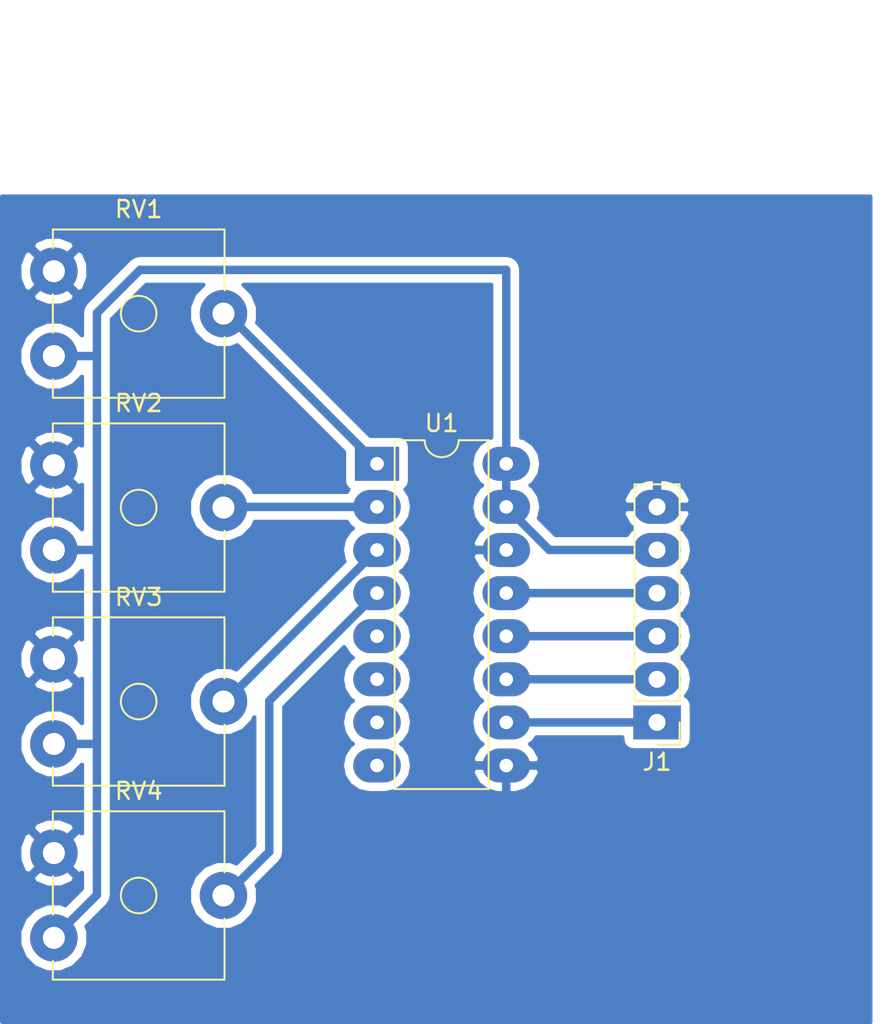
<source format=kicad_pcb>
(kicad_pcb (version 4) (host pcbnew 4.0.7-e2-6376~58~ubuntu16.04.1)

  (general
    (links 20)
    (no_connects 0)
    (area 19.685 10 72.54 74.930001)
    (thickness 1.6)
    (drawings 1)
    (tracks 30)
    (zones 0)
    (modules 6)
    (nets 15)
  )

  (page A4)
  (layers
    (0 F.Cu signal)
    (31 B.Cu signal)
    (32 B.Adhes user)
    (33 F.Adhes user)
    (34 B.Paste user)
    (35 F.Paste user)
    (36 B.SilkS user)
    (37 F.SilkS user)
    (38 B.Mask user)
    (39 F.Mask user)
    (40 Dwgs.User user)
    (41 Cmts.User user)
    (42 Eco1.User user)
    (43 Eco2.User user)
    (44 Edge.Cuts user)
    (45 Margin user)
    (46 B.CrtYd user)
    (47 F.CrtYd user)
    (48 B.Fab user)
    (49 F.Fab user)
  )

  (setup
    (last_trace_width 0.5)
    (trace_clearance 0.2)
    (zone_clearance 0.508)
    (zone_45_only no)
    (trace_min 0.2)
    (segment_width 0.2)
    (edge_width 0.1)
    (via_size 0.6)
    (via_drill 0.4)
    (via_min_size 0.4)
    (via_min_drill 0.3)
    (uvia_size 0.3)
    (uvia_drill 0.1)
    (uvias_allowed no)
    (uvia_min_size 0.2)
    (uvia_min_drill 0.1)
    (pcb_text_width 0.3)
    (pcb_text_size 1.5 1.5)
    (mod_edge_width 0.15)
    (mod_text_size 1 1)
    (mod_text_width 0.15)
    (pad_size 1.5 1.5)
    (pad_drill 0.6)
    (pad_to_mask_clearance 0)
    (aux_axis_origin 0 0)
    (visible_elements FFFFFF7F)
    (pcbplotparams
      (layerselection 0x00030_80000001)
      (usegerberextensions false)
      (excludeedgelayer true)
      (linewidth 0.100000)
      (plotframeref false)
      (viasonmask false)
      (mode 1)
      (useauxorigin false)
      (hpglpennumber 1)
      (hpglpenspeed 20)
      (hpglpendiameter 15)
      (hpglpenoverlay 2)
      (psnegative false)
      (psa4output false)
      (plotreference true)
      (plotvalue true)
      (plotinvisibletext false)
      (padsonsilk false)
      (subtractmaskfromsilk false)
      (outputformat 1)
      (mirror false)
      (drillshape 1)
      (scaleselection 1)
      (outputdirectory ""))
  )

  (net 0 "")
  (net 1 "Net-(RV1-Pad2)")
  (net 2 "Net-(J1-Pad1)")
  (net 3 "Net-(RV2-Pad2)")
  (net 4 "Net-(J1-Pad2)")
  (net 5 "Net-(RV3-Pad2)")
  (net 6 "Net-(J1-Pad3)")
  (net 7 "Net-(RV4-Pad2)")
  (net 8 "Net-(J1-Pad4)")
  (net 9 "Net-(U1-Pad5)")
  (net 10 "Net-(J1-Pad5)")
  (net 11 "Net-(U1-Pad6)")
  (net 12 "Net-(U1-Pad7)")
  (net 13 "Net-(U1-Pad8)")
  (net 14 "Net-(J1-Pad6)")

  (net_class Default "Dies ist die voreingestellte Netzklasse."
    (clearance 0.2)
    (trace_width 0.5)
    (via_dia 0.6)
    (via_drill 0.4)
    (uvia_dia 0.3)
    (uvia_drill 0.1)
    (add_net "Net-(J1-Pad1)")
    (add_net "Net-(J1-Pad2)")
    (add_net "Net-(J1-Pad3)")
    (add_net "Net-(J1-Pad4)")
    (add_net "Net-(J1-Pad5)")
    (add_net "Net-(J1-Pad6)")
    (add_net "Net-(RV1-Pad2)")
    (add_net "Net-(RV2-Pad2)")
    (add_net "Net-(RV3-Pad2)")
    (add_net "Net-(RV4-Pad2)")
    (add_net "Net-(U1-Pad5)")
    (add_net "Net-(U1-Pad6)")
    (add_net "Net-(U1-Pad7)")
    (add_net "Net-(U1-Pad8)")
  )

  (net_class Breite ""
    (clearance 0.2)
    (trace_width 0.5)
    (via_dia 0.6)
    (via_drill 0.4)
    (uvia_dia 0.3)
    (uvia_drill 0.1)
  )

  (module adwandler:Potentiometer_Trimmer_ACP_CA9v_Horizontal_Px10.0mm_Py5.0mm_breit (layer F.Cu) (tedit 58D03F04) (tstamp 58D043AA)
    (at 22.86 30.48)
    (descr "Potentiometer, horizontally mounted, Omeg PC16PU, Omeg PC16PU, Omeg PC16PU, Vishay/Spectrol 248GJ/249GJ Single, Vishay/Spectrol 248GJ/249GJ Single, Vishay/Spectrol 248GJ/249GJ Single, Vishay/Spectrol 248GH/249GH Single, Vishay/Spectrol 148/149 Single, Vishay/Spectrol 148/149 Single, Vishay/Spectrol 148/149 Single, Vishay/Spectrol 148A/149A Single with mounting plates, Vishay/Spectrol 148/149 Double, Vishay/Spectrol 148A/149A Double with mounting plates, Piher PC-16 Single, Piher PC-16 Single, Piher PC-16 Single, Piher PC-16SV Single, Piher PC-16 Double, Piher PC-16 Triple, Piher T16H Single, Piher T16L Single, Piher T16H Double, Alps RK163 Single, Alps RK163 Double, Alps RK097 Single, Alps RK097 Double, Bourns PTV09A-2 Single with mounting sleve Single, Bourns PTV09A-1 with mounting sleve Single, Bourns PRS11S Single, Alps RK09K Single with mounting sleve Single, Alps RK09K with mounting sleve Single, Alps RK09L Single, Alps RK09L Single, Alps RK09L Double, Alps RK09L Double, Alps RK09Y Single, Bourns 3339S Single, Bourns 3339S Single, Bourns 3339P Single, Bourns 3339H Single, Vishay T7YA Single, Suntan TSR-3386H Single, Suntan TSR-3386H Single, Suntan TSR-3386P Single, Vishay T73XX Single, Vishay T73XX Single, Vishay T73YP Single, Piher PT-6h Single, Piher PT-6v Single, Piher PT-6v Single, Piher PT-10h2.5 Single, Piher PT-10h5 Single, Piher PT-101h3.8 Single, Piher PT-10v10 Single, Piher PT-10v10 Single, Piher PT-10v5 Single, Piher PT-15h5 Single, Piher PT-15h2.5 Single, Piher PT-15B Single, Piher PT-15hc5 Single, Piher PT-15v12.5 Single, Piher PT-15v12.5 Single, Piher PT-15v15 Single, Piher PT-15v15 Single, ACP CA6h Single, ACP CA6v Single, ACP CA6v Single, ACP CA6VSMD Single, ACP CA6VSMD Single, ACP CA9h2.5 Single, ACP CA9h3.8 Single, ACP CA9h5 Single, ACP CA9V Single, http://www.acptechnologies.com/wp-content/uploads/2016/12/ACP-CAT%C3%81LOGO-ENTERO-2016.pdf")
    (tags "Potentiometer horizontal  Omeg PC16PU  Omeg PC16PU  Omeg PC16PU  Vishay/Spectrol 248GJ/249GJ Single  Vishay/Spectrol 248GJ/249GJ Single  Vishay/Spectrol 248GJ/249GJ Single  Vishay/Spectrol 248GH/249GH Single  Vishay/Spectrol 148/149 Single  Vishay/Spectrol 148/149 Single  Vishay/Spectrol 148/149 Single  Vishay/Spectrol 148A/149A Single with mounting plates  Vishay/Spectrol 148/149 Double  Vishay/Spectrol 148A/149A Double with mounting plates  Piher PC-16 Single  Piher PC-16 Single  Piher PC-16 Single  Piher PC-16SV Single  Piher PC-16 Double  Piher PC-16 Triple  Piher T16H Single  Piher T16L Single  Piher T16H Double  Alps RK163 Single  Alps RK163 Double  Alps RK097 Single  Alps RK097 Double  Bourns PTV09A-2 Single with mounting sleve Single  Bourns PTV09A-1 with mounting sleve Single  Bourns PRS11S Single  Alps RK09K Single with mounting sleve Single  Alps RK09K with mounting sleve Single  Alps RK09L Single  Alps RK09L Single  Alps RK09L Double  Alps RK09L Double  Alps RK09Y Single  Bourns 3339S Single  Bourns 3339S Single  Bourns 3339P Single  Bourns 3339H Single  Vishay T7YA Single  Suntan TSR-3386H Single  Suntan TSR-3386H Single  Suntan TSR-3386P Single  Vishay T73XX Single  Vishay T73XX Single  Vishay T73YP Single  Piher PT-6h Single  Piher PT-6v Single  Piher PT-6v Single  Piher PT-10h2.5 Single  Piher PT-10h5 Single  Piher PT-101h3.8 Single  Piher PT-10v10 Single  Piher PT-10v10 Single  Piher PT-10v5 Single  Piher PT-15h5 Single  Piher PT-15h2.5 Single  Piher PT-15B Single  Piher PT-15hc5 Single  Piher PT-15v12.5 Single  Piher PT-15v12.5 Single  Piher PT-15v15 Single  Piher PT-15v15 Single  ACP CA6h Single  ACP CA6v Single  ACP CA6v Single  ACP CA6VSMD Single  ACP CA6VSMD Single  ACP CA9h2.5 Single  ACP CA9h3.8 Single  ACP CA9h5 Single  ACP CA9V Single")
    (path /58B30835)
    (fp_text reference RV1 (at 5 -8.65) (layer F.SilkS)
      (effects (font (size 1 1) (thickness 0.15)))
    )
    (fp_text value POT (at 5 3.65) (layer F.Fab)
      (effects (font (size 1 1) (thickness 0.15)))
    )
    (fp_circle (center 5 -2.5) (end 6.5 -2.5) (layer F.Fab) (width 0.1))
    (fp_circle (center 5 -2.5) (end 6.05 -2.5) (layer F.Fab) (width 0.1))
    (fp_circle (center 5 -2.5) (end 6.05 -2.5) (layer F.SilkS) (width 0.12))
    (fp_line (start 0 -7.4) (end 0 2.4) (layer F.Fab) (width 0.1))
    (fp_line (start 0 2.4) (end 10 2.4) (layer F.Fab) (width 0.1))
    (fp_line (start 10 2.4) (end 10 -7.4) (layer F.Fab) (width 0.1))
    (fp_line (start 10 -7.4) (end 0 -7.4) (layer F.Fab) (width 0.1))
    (fp_line (start -0.06 -7.461) (end 10.06 -7.461) (layer F.SilkS) (width 0.12))
    (fp_line (start -0.06 2.46) (end 10.06 2.46) (layer F.SilkS) (width 0.12))
    (fp_line (start -0.06 -7.461) (end -0.06 -6.365) (layer F.SilkS) (width 0.12))
    (fp_line (start -0.06 -3.635) (end -0.06 -1.365) (layer F.SilkS) (width 0.12))
    (fp_line (start -0.06 1.365) (end -0.06 2.46) (layer F.SilkS) (width 0.12))
    (fp_line (start 10.06 -7.461) (end 10.06 -3.865) (layer F.SilkS) (width 0.12))
    (fp_line (start 10.06 -1.135) (end 10.06 2.46) (layer F.SilkS) (width 0.12))
    (fp_line (start -1.45 -7.65) (end -1.45 2.7) (layer F.CrtYd) (width 0.05))
    (fp_line (start -1.45 2.7) (end 11.45 2.7) (layer F.CrtYd) (width 0.05))
    (fp_line (start 11.45 2.7) (end 11.45 -7.65) (layer F.CrtYd) (width 0.05))
    (fp_line (start 11.45 -7.65) (end -1.45 -7.65) (layer F.CrtYd) (width 0.05))
    (pad 3 thru_hole circle (at 0 -5) (size 2.8 2.8) (drill 1.3) (layers *.Cu *.Mask)
      (net 14 "Net-(J1-Pad6)"))
    (pad 2 thru_hole circle (at 10 -2.5) (size 2.8 2.8) (drill 1.3) (layers *.Cu *.Mask)
      (net 1 "Net-(RV1-Pad2)"))
    (pad 1 thru_hole circle (at 0 0) (size 2.8 2.8) (drill 1.3) (layers *.Cu *.Mask)
      (net 10 "Net-(J1-Pad5)"))
    (model Potentiometers.3dshapes/Potentiometer_Trimmer_ACP_CA9v_Horizontal_Px10.0mm_Py5.0mm.wrl
      (at (xyz 0 0 0))
      (scale (xyz 0.393701 0.393701 0.393701))
      (rotate (xyz 0 0 0))
    )
  )

  (module adwandler:DIP-16_W7.62mm_bigpads (layer F.Cu) (tedit 58C98392) (tstamp 58B5479E)
    (at 41.91 36.83)
    (descr "16-lead dip package, row spacing 7.62 mm (300 mils)")
    (tags "DIL DIP PDIP 2.54mm 7.62mm 300mil")
    (path /58B34079)
    (fp_text reference U1 (at 3.81 -2.39) (layer F.SilkS)
      (effects (font (size 1 1) (thickness 0.15)))
    )
    (fp_text value MCP3208 (at 3.81 20.17) (layer F.Fab)
      (effects (font (size 1 1) (thickness 0.15)))
    )
    (fp_arc (start 3.81 -1.39) (end 2.81 -1.39) (angle -180) (layer F.SilkS) (width 0.12))
    (fp_line (start 1.635 -1.27) (end 6.985 -1.27) (layer F.Fab) (width 0.1))
    (fp_line (start 6.985 -1.27) (end 6.985 19.05) (layer F.Fab) (width 0.1))
    (fp_line (start 6.985 19.05) (end 0.635 19.05) (layer F.Fab) (width 0.1))
    (fp_line (start 0.635 19.05) (end 0.635 -0.27) (layer F.Fab) (width 0.1))
    (fp_line (start 0.635 -0.27) (end 1.635 -1.27) (layer F.Fab) (width 0.1))
    (fp_line (start 2.81 -1.39) (end 1.04 -1.39) (layer F.SilkS) (width 0.12))
    (fp_line (start 1.04 -1.39) (end 1.04 19.17) (layer F.SilkS) (width 0.12))
    (fp_line (start 1.04 19.17) (end 6.58 19.17) (layer F.SilkS) (width 0.12))
    (fp_line (start 6.58 19.17) (end 6.58 -1.39) (layer F.SilkS) (width 0.12))
    (fp_line (start 6.58 -1.39) (end 4.81 -1.39) (layer F.SilkS) (width 0.12))
    (fp_line (start -1.1 -1.6) (end -1.1 19.3) (layer F.CrtYd) (width 0.05))
    (fp_line (start -1.1 19.3) (end 8.7 19.3) (layer F.CrtYd) (width 0.05))
    (fp_line (start 8.7 19.3) (end 8.7 -1.6) (layer F.CrtYd) (width 0.05))
    (fp_line (start 8.7 -1.6) (end -1.1 -1.6) (layer F.CrtYd) (width 0.05))
    (pad 1 thru_hole rect (at 0 0) (size 2.6 2) (drill 0.8) (layers *.Cu *.Mask)
      (net 1 "Net-(RV1-Pad2)"))
    (pad 9 thru_hole oval (at 7.62 17.78) (size 2.8 2) (drill 0.8) (layers *.Cu *.Mask)
      (net 14 "Net-(J1-Pad6)"))
    (pad 2 thru_hole oval (at 0 2.54) (size 2.8 2) (drill 0.8) (layers *.Cu *.Mask)
      (net 3 "Net-(RV2-Pad2)"))
    (pad 10 thru_hole oval (at 7.62 15.24) (size 2.8 2) (drill 0.8) (layers *.Cu *.Mask)
      (net 2 "Net-(J1-Pad1)"))
    (pad 3 thru_hole oval (at 0 5.08) (size 2.8 2) (drill 0.8) (layers *.Cu *.Mask)
      (net 5 "Net-(RV3-Pad2)"))
    (pad 11 thru_hole oval (at 7.62 12.7) (size 2.8 2) (drill 0.8) (layers *.Cu *.Mask)
      (net 4 "Net-(J1-Pad2)"))
    (pad 4 thru_hole oval (at 0 7.62) (size 2.8 2) (drill 0.8) (layers *.Cu *.Mask)
      (net 7 "Net-(RV4-Pad2)"))
    (pad 12 thru_hole oval (at 7.62 10.16) (size 2.8 2) (drill 0.8) (layers *.Cu *.Mask)
      (net 6 "Net-(J1-Pad3)"))
    (pad 5 thru_hole oval (at 0 10.16) (size 2.8 2) (drill 0.8) (layers *.Cu *.Mask)
      (net 9 "Net-(U1-Pad5)"))
    (pad 13 thru_hole oval (at 7.62 7.62) (size 2.8 2) (drill 0.8) (layers *.Cu *.Mask)
      (net 8 "Net-(J1-Pad4)"))
    (pad 6 thru_hole oval (at 0 12.7) (size 2.8 2) (drill 0.8) (layers *.Cu *.Mask)
      (net 11 "Net-(U1-Pad6)"))
    (pad 14 thru_hole oval (at 7.62 5.08) (size 2.8 2) (drill 0.8) (layers *.Cu *.Mask)
      (net 14 "Net-(J1-Pad6)"))
    (pad 7 thru_hole oval (at 0 15.24) (size 2.8 2) (drill 0.8) (layers *.Cu *.Mask)
      (net 12 "Net-(U1-Pad7)"))
    (pad 15 thru_hole oval (at 7.62 2.54) (size 2.8 2) (drill 0.8) (layers *.Cu *.Mask)
      (net 10 "Net-(J1-Pad5)"))
    (pad 8 thru_hole oval (at 0 17.78) (size 2.8 2) (drill 0.8) (layers *.Cu *.Mask)
      (net 13 "Net-(U1-Pad8)"))
    (pad 16 thru_hole oval (at 7.62 0) (size 2.8 2) (drill 0.8) (layers *.Cu *.Mask)
      (net 10 "Net-(J1-Pad5)"))
    (model Housings_DIP.3dshapes/DIP-16_W7.62mm.wrl
      (at (xyz 0 0 0))
      (scale (xyz 1 1 1))
      (rotate (xyz 0 0 0))
    )
  )

  (module adwandler:Potentiometer_Trimmer_ACP_CA9v_Horizontal_Px10.0mm_Py5.0mm_breit (layer F.Cu) (tedit 58D03F04) (tstamp 58D04443)
    (at 22.86 41.91)
    (descr "Potentiometer, horizontally mounted, Omeg PC16PU, Omeg PC16PU, Omeg PC16PU, Vishay/Spectrol 248GJ/249GJ Single, Vishay/Spectrol 248GJ/249GJ Single, Vishay/Spectrol 248GJ/249GJ Single, Vishay/Spectrol 248GH/249GH Single, Vishay/Spectrol 148/149 Single, Vishay/Spectrol 148/149 Single, Vishay/Spectrol 148/149 Single, Vishay/Spectrol 148A/149A Single with mounting plates, Vishay/Spectrol 148/149 Double, Vishay/Spectrol 148A/149A Double with mounting plates, Piher PC-16 Single, Piher PC-16 Single, Piher PC-16 Single, Piher PC-16SV Single, Piher PC-16 Double, Piher PC-16 Triple, Piher T16H Single, Piher T16L Single, Piher T16H Double, Alps RK163 Single, Alps RK163 Double, Alps RK097 Single, Alps RK097 Double, Bourns PTV09A-2 Single with mounting sleve Single, Bourns PTV09A-1 with mounting sleve Single, Bourns PRS11S Single, Alps RK09K Single with mounting sleve Single, Alps RK09K with mounting sleve Single, Alps RK09L Single, Alps RK09L Single, Alps RK09L Double, Alps RK09L Double, Alps RK09Y Single, Bourns 3339S Single, Bourns 3339S Single, Bourns 3339P Single, Bourns 3339H Single, Vishay T7YA Single, Suntan TSR-3386H Single, Suntan TSR-3386H Single, Suntan TSR-3386P Single, Vishay T73XX Single, Vishay T73XX Single, Vishay T73YP Single, Piher PT-6h Single, Piher PT-6v Single, Piher PT-6v Single, Piher PT-10h2.5 Single, Piher PT-10h5 Single, Piher PT-101h3.8 Single, Piher PT-10v10 Single, Piher PT-10v10 Single, Piher PT-10v5 Single, Piher PT-15h5 Single, Piher PT-15h2.5 Single, Piher PT-15B Single, Piher PT-15hc5 Single, Piher PT-15v12.5 Single, Piher PT-15v12.5 Single, Piher PT-15v15 Single, Piher PT-15v15 Single, ACP CA6h Single, ACP CA6v Single, ACP CA6v Single, ACP CA6VSMD Single, ACP CA6VSMD Single, ACP CA9h2.5 Single, ACP CA9h3.8 Single, ACP CA9h5 Single, ACP CA9V Single, http://www.acptechnologies.com/wp-content/uploads/2016/12/ACP-CAT%C3%81LOGO-ENTERO-2016.pdf")
    (tags "Potentiometer horizontal  Omeg PC16PU  Omeg PC16PU  Omeg PC16PU  Vishay/Spectrol 248GJ/249GJ Single  Vishay/Spectrol 248GJ/249GJ Single  Vishay/Spectrol 248GJ/249GJ Single  Vishay/Spectrol 248GH/249GH Single  Vishay/Spectrol 148/149 Single  Vishay/Spectrol 148/149 Single  Vishay/Spectrol 148/149 Single  Vishay/Spectrol 148A/149A Single with mounting plates  Vishay/Spectrol 148/149 Double  Vishay/Spectrol 148A/149A Double with mounting plates  Piher PC-16 Single  Piher PC-16 Single  Piher PC-16 Single  Piher PC-16SV Single  Piher PC-16 Double  Piher PC-16 Triple  Piher T16H Single  Piher T16L Single  Piher T16H Double  Alps RK163 Single  Alps RK163 Double  Alps RK097 Single  Alps RK097 Double  Bourns PTV09A-2 Single with mounting sleve Single  Bourns PTV09A-1 with mounting sleve Single  Bourns PRS11S Single  Alps RK09K Single with mounting sleve Single  Alps RK09K with mounting sleve Single  Alps RK09L Single  Alps RK09L Single  Alps RK09L Double  Alps RK09L Double  Alps RK09Y Single  Bourns 3339S Single  Bourns 3339S Single  Bourns 3339P Single  Bourns 3339H Single  Vishay T7YA Single  Suntan TSR-3386H Single  Suntan TSR-3386H Single  Suntan TSR-3386P Single  Vishay T73XX Single  Vishay T73XX Single  Vishay T73YP Single  Piher PT-6h Single  Piher PT-6v Single  Piher PT-6v Single  Piher PT-10h2.5 Single  Piher PT-10h5 Single  Piher PT-101h3.8 Single  Piher PT-10v10 Single  Piher PT-10v10 Single  Piher PT-10v5 Single  Piher PT-15h5 Single  Piher PT-15h2.5 Single  Piher PT-15B Single  Piher PT-15hc5 Single  Piher PT-15v12.5 Single  Piher PT-15v12.5 Single  Piher PT-15v15 Single  Piher PT-15v15 Single  ACP CA6h Single  ACP CA6v Single  ACP CA6v Single  ACP CA6VSMD Single  ACP CA6VSMD Single  ACP CA9h2.5 Single  ACP CA9h3.8 Single  ACP CA9h5 Single  ACP CA9V Single")
    (path /58B30844)
    (fp_text reference RV2 (at 5 -8.65) (layer F.SilkS)
      (effects (font (size 1 1) (thickness 0.15)))
    )
    (fp_text value POT (at 5 3.65) (layer F.Fab)
      (effects (font (size 1 1) (thickness 0.15)))
    )
    (fp_circle (center 5 -2.5) (end 6.5 -2.5) (layer F.Fab) (width 0.1))
    (fp_circle (center 5 -2.5) (end 6.05 -2.5) (layer F.Fab) (width 0.1))
    (fp_circle (center 5 -2.5) (end 6.05 -2.5) (layer F.SilkS) (width 0.12))
    (fp_line (start 0 -7.4) (end 0 2.4) (layer F.Fab) (width 0.1))
    (fp_line (start 0 2.4) (end 10 2.4) (layer F.Fab) (width 0.1))
    (fp_line (start 10 2.4) (end 10 -7.4) (layer F.Fab) (width 0.1))
    (fp_line (start 10 -7.4) (end 0 -7.4) (layer F.Fab) (width 0.1))
    (fp_line (start -0.06 -7.461) (end 10.06 -7.461) (layer F.SilkS) (width 0.12))
    (fp_line (start -0.06 2.46) (end 10.06 2.46) (layer F.SilkS) (width 0.12))
    (fp_line (start -0.06 -7.461) (end -0.06 -6.365) (layer F.SilkS) (width 0.12))
    (fp_line (start -0.06 -3.635) (end -0.06 -1.365) (layer F.SilkS) (width 0.12))
    (fp_line (start -0.06 1.365) (end -0.06 2.46) (layer F.SilkS) (width 0.12))
    (fp_line (start 10.06 -7.461) (end 10.06 -3.865) (layer F.SilkS) (width 0.12))
    (fp_line (start 10.06 -1.135) (end 10.06 2.46) (layer F.SilkS) (width 0.12))
    (fp_line (start -1.45 -7.65) (end -1.45 2.7) (layer F.CrtYd) (width 0.05))
    (fp_line (start -1.45 2.7) (end 11.45 2.7) (layer F.CrtYd) (width 0.05))
    (fp_line (start 11.45 2.7) (end 11.45 -7.65) (layer F.CrtYd) (width 0.05))
    (fp_line (start 11.45 -7.65) (end -1.45 -7.65) (layer F.CrtYd) (width 0.05))
    (pad 3 thru_hole circle (at 0 -5) (size 2.8 2.8) (drill 1.3) (layers *.Cu *.Mask)
      (net 14 "Net-(J1-Pad6)"))
    (pad 2 thru_hole circle (at 10 -2.5) (size 2.8 2.8) (drill 1.3) (layers *.Cu *.Mask)
      (net 3 "Net-(RV2-Pad2)"))
    (pad 1 thru_hole circle (at 0 0) (size 2.8 2.8) (drill 1.3) (layers *.Cu *.Mask)
      (net 10 "Net-(J1-Pad5)"))
    (model Potentiometers.3dshapes/Potentiometer_Trimmer_ACP_CA9v_Horizontal_Px10.0mm_Py5.0mm.wrl
      (at (xyz 0 0 0))
      (scale (xyz 0.393701 0.393701 0.393701))
      (rotate (xyz 0 0 0))
    )
  )

  (module adwandler:Potentiometer_Trimmer_ACP_CA9v_Horizontal_Px10.0mm_Py5.0mm_breit (layer F.Cu) (tedit 58D03F04) (tstamp 58D0445C)
    (at 22.86 53.34)
    (descr "Potentiometer, horizontally mounted, Omeg PC16PU, Omeg PC16PU, Omeg PC16PU, Vishay/Spectrol 248GJ/249GJ Single, Vishay/Spectrol 248GJ/249GJ Single, Vishay/Spectrol 248GJ/249GJ Single, Vishay/Spectrol 248GH/249GH Single, Vishay/Spectrol 148/149 Single, Vishay/Spectrol 148/149 Single, Vishay/Spectrol 148/149 Single, Vishay/Spectrol 148A/149A Single with mounting plates, Vishay/Spectrol 148/149 Double, Vishay/Spectrol 148A/149A Double with mounting plates, Piher PC-16 Single, Piher PC-16 Single, Piher PC-16 Single, Piher PC-16SV Single, Piher PC-16 Double, Piher PC-16 Triple, Piher T16H Single, Piher T16L Single, Piher T16H Double, Alps RK163 Single, Alps RK163 Double, Alps RK097 Single, Alps RK097 Double, Bourns PTV09A-2 Single with mounting sleve Single, Bourns PTV09A-1 with mounting sleve Single, Bourns PRS11S Single, Alps RK09K Single with mounting sleve Single, Alps RK09K with mounting sleve Single, Alps RK09L Single, Alps RK09L Single, Alps RK09L Double, Alps RK09L Double, Alps RK09Y Single, Bourns 3339S Single, Bourns 3339S Single, Bourns 3339P Single, Bourns 3339H Single, Vishay T7YA Single, Suntan TSR-3386H Single, Suntan TSR-3386H Single, Suntan TSR-3386P Single, Vishay T73XX Single, Vishay T73XX Single, Vishay T73YP Single, Piher PT-6h Single, Piher PT-6v Single, Piher PT-6v Single, Piher PT-10h2.5 Single, Piher PT-10h5 Single, Piher PT-101h3.8 Single, Piher PT-10v10 Single, Piher PT-10v10 Single, Piher PT-10v5 Single, Piher PT-15h5 Single, Piher PT-15h2.5 Single, Piher PT-15B Single, Piher PT-15hc5 Single, Piher PT-15v12.5 Single, Piher PT-15v12.5 Single, Piher PT-15v15 Single, Piher PT-15v15 Single, ACP CA6h Single, ACP CA6v Single, ACP CA6v Single, ACP CA6VSMD Single, ACP CA6VSMD Single, ACP CA9h2.5 Single, ACP CA9h3.8 Single, ACP CA9h5 Single, ACP CA9V Single, http://www.acptechnologies.com/wp-content/uploads/2016/12/ACP-CAT%C3%81LOGO-ENTERO-2016.pdf")
    (tags "Potentiometer horizontal  Omeg PC16PU  Omeg PC16PU  Omeg PC16PU  Vishay/Spectrol 248GJ/249GJ Single  Vishay/Spectrol 248GJ/249GJ Single  Vishay/Spectrol 248GJ/249GJ Single  Vishay/Spectrol 248GH/249GH Single  Vishay/Spectrol 148/149 Single  Vishay/Spectrol 148/149 Single  Vishay/Spectrol 148/149 Single  Vishay/Spectrol 148A/149A Single with mounting plates  Vishay/Spectrol 148/149 Double  Vishay/Spectrol 148A/149A Double with mounting plates  Piher PC-16 Single  Piher PC-16 Single  Piher PC-16 Single  Piher PC-16SV Single  Piher PC-16 Double  Piher PC-16 Triple  Piher T16H Single  Piher T16L Single  Piher T16H Double  Alps RK163 Single  Alps RK163 Double  Alps RK097 Single  Alps RK097 Double  Bourns PTV09A-2 Single with mounting sleve Single  Bourns PTV09A-1 with mounting sleve Single  Bourns PRS11S Single  Alps RK09K Single with mounting sleve Single  Alps RK09K with mounting sleve Single  Alps RK09L Single  Alps RK09L Single  Alps RK09L Double  Alps RK09L Double  Alps RK09Y Single  Bourns 3339S Single  Bourns 3339S Single  Bourns 3339P Single  Bourns 3339H Single  Vishay T7YA Single  Suntan TSR-3386H Single  Suntan TSR-3386H Single  Suntan TSR-3386P Single  Vishay T73XX Single  Vishay T73XX Single  Vishay T73YP Single  Piher PT-6h Single  Piher PT-6v Single  Piher PT-6v Single  Piher PT-10h2.5 Single  Piher PT-10h5 Single  Piher PT-101h3.8 Single  Piher PT-10v10 Single  Piher PT-10v10 Single  Piher PT-10v5 Single  Piher PT-15h5 Single  Piher PT-15h2.5 Single  Piher PT-15B Single  Piher PT-15hc5 Single  Piher PT-15v12.5 Single  Piher PT-15v12.5 Single  Piher PT-15v15 Single  Piher PT-15v15 Single  ACP CA6h Single  ACP CA6v Single  ACP CA6v Single  ACP CA6VSMD Single  ACP CA6VSMD Single  ACP CA9h2.5 Single  ACP CA9h3.8 Single  ACP CA9h5 Single  ACP CA9V Single")
    (path /58B30853)
    (fp_text reference RV3 (at 5 -8.65) (layer F.SilkS)
      (effects (font (size 1 1) (thickness 0.15)))
    )
    (fp_text value POT (at 5 3.65) (layer F.Fab)
      (effects (font (size 1 1) (thickness 0.15)))
    )
    (fp_circle (center 5 -2.5) (end 6.5 -2.5) (layer F.Fab) (width 0.1))
    (fp_circle (center 5 -2.5) (end 6.05 -2.5) (layer F.Fab) (width 0.1))
    (fp_circle (center 5 -2.5) (end 6.05 -2.5) (layer F.SilkS) (width 0.12))
    (fp_line (start 0 -7.4) (end 0 2.4) (layer F.Fab) (width 0.1))
    (fp_line (start 0 2.4) (end 10 2.4) (layer F.Fab) (width 0.1))
    (fp_line (start 10 2.4) (end 10 -7.4) (layer F.Fab) (width 0.1))
    (fp_line (start 10 -7.4) (end 0 -7.4) (layer F.Fab) (width 0.1))
    (fp_line (start -0.06 -7.461) (end 10.06 -7.461) (layer F.SilkS) (width 0.12))
    (fp_line (start -0.06 2.46) (end 10.06 2.46) (layer F.SilkS) (width 0.12))
    (fp_line (start -0.06 -7.461) (end -0.06 -6.365) (layer F.SilkS) (width 0.12))
    (fp_line (start -0.06 -3.635) (end -0.06 -1.365) (layer F.SilkS) (width 0.12))
    (fp_line (start -0.06 1.365) (end -0.06 2.46) (layer F.SilkS) (width 0.12))
    (fp_line (start 10.06 -7.461) (end 10.06 -3.865) (layer F.SilkS) (width 0.12))
    (fp_line (start 10.06 -1.135) (end 10.06 2.46) (layer F.SilkS) (width 0.12))
    (fp_line (start -1.45 -7.65) (end -1.45 2.7) (layer F.CrtYd) (width 0.05))
    (fp_line (start -1.45 2.7) (end 11.45 2.7) (layer F.CrtYd) (width 0.05))
    (fp_line (start 11.45 2.7) (end 11.45 -7.65) (layer F.CrtYd) (width 0.05))
    (fp_line (start 11.45 -7.65) (end -1.45 -7.65) (layer F.CrtYd) (width 0.05))
    (pad 3 thru_hole circle (at 0 -5) (size 2.8 2.8) (drill 1.3) (layers *.Cu *.Mask)
      (net 14 "Net-(J1-Pad6)"))
    (pad 2 thru_hole circle (at 10 -2.5) (size 2.8 2.8) (drill 1.3) (layers *.Cu *.Mask)
      (net 5 "Net-(RV3-Pad2)"))
    (pad 1 thru_hole circle (at 0 0) (size 2.8 2.8) (drill 1.3) (layers *.Cu *.Mask)
      (net 10 "Net-(J1-Pad5)"))
    (model Potentiometers.3dshapes/Potentiometer_Trimmer_ACP_CA9v_Horizontal_Px10.0mm_Py5.0mm.wrl
      (at (xyz 0 0 0))
      (scale (xyz 0.393701 0.393701 0.393701))
      (rotate (xyz 0 0 0))
    )
  )

  (module adwandler:Potentiometer_Trimmer_ACP_CA9v_Horizontal_Px10.0mm_Py5.0mm_breit (layer F.Cu) (tedit 58D03F04) (tstamp 58D04475)
    (at 22.86 64.77)
    (descr "Potentiometer, horizontally mounted, Omeg PC16PU, Omeg PC16PU, Omeg PC16PU, Vishay/Spectrol 248GJ/249GJ Single, Vishay/Spectrol 248GJ/249GJ Single, Vishay/Spectrol 248GJ/249GJ Single, Vishay/Spectrol 248GH/249GH Single, Vishay/Spectrol 148/149 Single, Vishay/Spectrol 148/149 Single, Vishay/Spectrol 148/149 Single, Vishay/Spectrol 148A/149A Single with mounting plates, Vishay/Spectrol 148/149 Double, Vishay/Spectrol 148A/149A Double with mounting plates, Piher PC-16 Single, Piher PC-16 Single, Piher PC-16 Single, Piher PC-16SV Single, Piher PC-16 Double, Piher PC-16 Triple, Piher T16H Single, Piher T16L Single, Piher T16H Double, Alps RK163 Single, Alps RK163 Double, Alps RK097 Single, Alps RK097 Double, Bourns PTV09A-2 Single with mounting sleve Single, Bourns PTV09A-1 with mounting sleve Single, Bourns PRS11S Single, Alps RK09K Single with mounting sleve Single, Alps RK09K with mounting sleve Single, Alps RK09L Single, Alps RK09L Single, Alps RK09L Double, Alps RK09L Double, Alps RK09Y Single, Bourns 3339S Single, Bourns 3339S Single, Bourns 3339P Single, Bourns 3339H Single, Vishay T7YA Single, Suntan TSR-3386H Single, Suntan TSR-3386H Single, Suntan TSR-3386P Single, Vishay T73XX Single, Vishay T73XX Single, Vishay T73YP Single, Piher PT-6h Single, Piher PT-6v Single, Piher PT-6v Single, Piher PT-10h2.5 Single, Piher PT-10h5 Single, Piher PT-101h3.8 Single, Piher PT-10v10 Single, Piher PT-10v10 Single, Piher PT-10v5 Single, Piher PT-15h5 Single, Piher PT-15h2.5 Single, Piher PT-15B Single, Piher PT-15hc5 Single, Piher PT-15v12.5 Single, Piher PT-15v12.5 Single, Piher PT-15v15 Single, Piher PT-15v15 Single, ACP CA6h Single, ACP CA6v Single, ACP CA6v Single, ACP CA6VSMD Single, ACP CA6VSMD Single, ACP CA9h2.5 Single, ACP CA9h3.8 Single, ACP CA9h5 Single, ACP CA9V Single, http://www.acptechnologies.com/wp-content/uploads/2016/12/ACP-CAT%C3%81LOGO-ENTERO-2016.pdf")
    (tags "Potentiometer horizontal  Omeg PC16PU  Omeg PC16PU  Omeg PC16PU  Vishay/Spectrol 248GJ/249GJ Single  Vishay/Spectrol 248GJ/249GJ Single  Vishay/Spectrol 248GJ/249GJ Single  Vishay/Spectrol 248GH/249GH Single  Vishay/Spectrol 148/149 Single  Vishay/Spectrol 148/149 Single  Vishay/Spectrol 148/149 Single  Vishay/Spectrol 148A/149A Single with mounting plates  Vishay/Spectrol 148/149 Double  Vishay/Spectrol 148A/149A Double with mounting plates  Piher PC-16 Single  Piher PC-16 Single  Piher PC-16 Single  Piher PC-16SV Single  Piher PC-16 Double  Piher PC-16 Triple  Piher T16H Single  Piher T16L Single  Piher T16H Double  Alps RK163 Single  Alps RK163 Double  Alps RK097 Single  Alps RK097 Double  Bourns PTV09A-2 Single with mounting sleve Single  Bourns PTV09A-1 with mounting sleve Single  Bourns PRS11S Single  Alps RK09K Single with mounting sleve Single  Alps RK09K with mounting sleve Single  Alps RK09L Single  Alps RK09L Single  Alps RK09L Double  Alps RK09L Double  Alps RK09Y Single  Bourns 3339S Single  Bourns 3339S Single  Bourns 3339P Single  Bourns 3339H Single  Vishay T7YA Single  Suntan TSR-3386H Single  Suntan TSR-3386H Single  Suntan TSR-3386P Single  Vishay T73XX Single  Vishay T73XX Single  Vishay T73YP Single  Piher PT-6h Single  Piher PT-6v Single  Piher PT-6v Single  Piher PT-10h2.5 Single  Piher PT-10h5 Single  Piher PT-101h3.8 Single  Piher PT-10v10 Single  Piher PT-10v10 Single  Piher PT-10v5 Single  Piher PT-15h5 Single  Piher PT-15h2.5 Single  Piher PT-15B Single  Piher PT-15hc5 Single  Piher PT-15v12.5 Single  Piher PT-15v12.5 Single  Piher PT-15v15 Single  Piher PT-15v15 Single  ACP CA6h Single  ACP CA6v Single  ACP CA6v Single  ACP CA6VSMD Single  ACP CA6VSMD Single  ACP CA9h2.5 Single  ACP CA9h3.8 Single  ACP CA9h5 Single  ACP CA9V Single")
    (path /58B30862)
    (fp_text reference RV4 (at 5 -8.65) (layer F.SilkS)
      (effects (font (size 1 1) (thickness 0.15)))
    )
    (fp_text value POT (at 5 3.65) (layer F.Fab)
      (effects (font (size 1 1) (thickness 0.15)))
    )
    (fp_circle (center 5 -2.5) (end 6.5 -2.5) (layer F.Fab) (width 0.1))
    (fp_circle (center 5 -2.5) (end 6.05 -2.5) (layer F.Fab) (width 0.1))
    (fp_circle (center 5 -2.5) (end 6.05 -2.5) (layer F.SilkS) (width 0.12))
    (fp_line (start 0 -7.4) (end 0 2.4) (layer F.Fab) (width 0.1))
    (fp_line (start 0 2.4) (end 10 2.4) (layer F.Fab) (width 0.1))
    (fp_line (start 10 2.4) (end 10 -7.4) (layer F.Fab) (width 0.1))
    (fp_line (start 10 -7.4) (end 0 -7.4) (layer F.Fab) (width 0.1))
    (fp_line (start -0.06 -7.461) (end 10.06 -7.461) (layer F.SilkS) (width 0.12))
    (fp_line (start -0.06 2.46) (end 10.06 2.46) (layer F.SilkS) (width 0.12))
    (fp_line (start -0.06 -7.461) (end -0.06 -6.365) (layer F.SilkS) (width 0.12))
    (fp_line (start -0.06 -3.635) (end -0.06 -1.365) (layer F.SilkS) (width 0.12))
    (fp_line (start -0.06 1.365) (end -0.06 2.46) (layer F.SilkS) (width 0.12))
    (fp_line (start 10.06 -7.461) (end 10.06 -3.865) (layer F.SilkS) (width 0.12))
    (fp_line (start 10.06 -1.135) (end 10.06 2.46) (layer F.SilkS) (width 0.12))
    (fp_line (start -1.45 -7.65) (end -1.45 2.7) (layer F.CrtYd) (width 0.05))
    (fp_line (start -1.45 2.7) (end 11.45 2.7) (layer F.CrtYd) (width 0.05))
    (fp_line (start 11.45 2.7) (end 11.45 -7.65) (layer F.CrtYd) (width 0.05))
    (fp_line (start 11.45 -7.65) (end -1.45 -7.65) (layer F.CrtYd) (width 0.05))
    (pad 3 thru_hole circle (at 0 -5) (size 2.8 2.8) (drill 1.3) (layers *.Cu *.Mask)
      (net 14 "Net-(J1-Pad6)"))
    (pad 2 thru_hole circle (at 10 -2.5) (size 2.8 2.8) (drill 1.3) (layers *.Cu *.Mask)
      (net 7 "Net-(RV4-Pad2)"))
    (pad 1 thru_hole circle (at 0 0) (size 2.8 2.8) (drill 1.3) (layers *.Cu *.Mask)
      (net 10 "Net-(J1-Pad5)"))
    (model Potentiometers.3dshapes/Potentiometer_Trimmer_ACP_CA9v_Horizontal_Px10.0mm_Py5.0mm.wrl
      (at (xyz 0 0 0))
      (scale (xyz 0.393701 0.393701 0.393701))
      (rotate (xyz 0 0 0))
    )
  )

  (module adwandler:Socket_Strip_Straight_1x06_Pitch2.54mm_breit (layer F.Cu) (tedit 58D03D3D) (tstamp 58D04622)
    (at 58.42 52.07 180)
    (descr "Through hole straight socket strip, 1x06, 2.54mm pitch, single row")
    (tags "Through hole socket strip THT 1x06 2.54mm single row")
    (path /58B30941)
    (fp_text reference J1 (at 0 -2.33 180) (layer F.SilkS)
      (effects (font (size 1 1) (thickness 0.15)))
    )
    (fp_text value CONN_01X06 (at 0 15.03 180) (layer F.Fab)
      (effects (font (size 1 1) (thickness 0.15)))
    )
    (fp_line (start -1.27 -1.27) (end -1.27 13.97) (layer F.Fab) (width 0.1))
    (fp_line (start -1.27 13.97) (end 1.27 13.97) (layer F.Fab) (width 0.1))
    (fp_line (start 1.27 13.97) (end 1.27 -1.27) (layer F.Fab) (width 0.1))
    (fp_line (start 1.27 -1.27) (end -1.27 -1.27) (layer F.Fab) (width 0.1))
    (fp_line (start -1.33 1.27) (end -1.33 14.03) (layer F.SilkS) (width 0.12))
    (fp_line (start -1.33 14.03) (end 1.33 14.03) (layer F.SilkS) (width 0.12))
    (fp_line (start 1.33 14.03) (end 1.33 1.27) (layer F.SilkS) (width 0.12))
    (fp_line (start 1.33 1.27) (end -1.33 1.27) (layer F.SilkS) (width 0.12))
    (fp_line (start -1.33 0) (end -1.33 -1.33) (layer F.SilkS) (width 0.12))
    (fp_line (start -1.33 -1.33) (end 0 -1.33) (layer F.SilkS) (width 0.12))
    (fp_line (start -1.55 -1.55) (end -1.55 14.25) (layer F.CrtYd) (width 0.05))
    (fp_line (start -1.55 14.25) (end 1.55 14.25) (layer F.CrtYd) (width 0.05))
    (fp_line (start 1.55 14.25) (end 1.55 -1.55) (layer F.CrtYd) (width 0.05))
    (fp_line (start 1.55 -1.55) (end -1.55 -1.55) (layer F.CrtYd) (width 0.05))
    (pad 1 thru_hole rect (at 0 0 180) (size 2.8 2) (drill 1) (layers *.Cu *.Mask)
      (net 2 "Net-(J1-Pad1)"))
    (pad 2 thru_hole oval (at 0 2.54 180) (size 2.8 2) (drill 1) (layers *.Cu *.Mask)
      (net 4 "Net-(J1-Pad2)"))
    (pad 3 thru_hole oval (at 0 5.08 180) (size 2.8 2) (drill 1) (layers *.Cu *.Mask)
      (net 6 "Net-(J1-Pad3)"))
    (pad 4 thru_hole oval (at 0 7.62 180) (size 2.8 2) (drill 1) (layers *.Cu *.Mask)
      (net 8 "Net-(J1-Pad4)"))
    (pad 5 thru_hole oval (at 0 10.16 180) (size 2.8 2) (drill 1) (layers *.Cu *.Mask)
      (net 10 "Net-(J1-Pad5)"))
    (pad 6 thru_hole oval (at 0 12.7 180) (size 2.8 2) (drill 1) (layers *.Cu *.Mask)
      (net 14 "Net-(J1-Pad6)"))
    (model Socket_Strips.3dshapes/Socket_Strip_Straight_1x06_Pitch2.54mm.wrl
      (at (xyz 0 -0.25 0))
      (scale (xyz 1 1 1))
      (rotate (xyz 0 0 270))
    )
  )

  (dimension 10.16 (width 0.3) (layer F.Adhes)
    (gr_text "10,160 mm" (at 66.04 11.35) (layer F.Adhes)
      (effects (font (size 1.5 1.5) (thickness 0.3)))
    )
    (feature1 (pts (xy 71.12 15.24) (xy 71.12 10)))
    (feature2 (pts (xy 60.96 15.24) (xy 60.96 10)))
    (crossbar (pts (xy 60.96 12.7) (xy 71.12 12.7)))
    (arrow1a (pts (xy 71.12 12.7) (xy 69.993496 13.286421)))
    (arrow1b (pts (xy 71.12 12.7) (xy 69.993496 12.113579)))
    (arrow2a (pts (xy 60.96 12.7) (xy 62.086504 13.286421)))
    (arrow2b (pts (xy 60.96 12.7) (xy 62.086504 12.113579)))
  )

  (segment (start 22.86 50.88) (end 22.94 50.8) (width 0.25) (layer F.Cu) (net 0))
  (segment (start 41.91 36.83) (end 32.86 27.78) (width 0.5) (layer B.Cu) (net 1))
  (segment (start 49.53 52.07) (end 59.055 52.07) (width 0.5) (layer B.Cu) (net 2))
  (segment (start 41.91 39.37) (end 32.9 39.37) (width 0.5) (layer B.Cu) (net 3))
  (segment (start 32.9 39.37) (end 32.86 39.41) (width 0.25) (layer B.Cu) (net 3) (tstamp 58B49DAA))
  (segment (start 41.91 39.37) (end 41.87 39.41) (width 0.25) (layer F.Cu) (net 3))
  (segment (start 59.055 49.53) (end 49.53 49.53) (width 0.5) (layer B.Cu) (net 4))
  (segment (start 41.91 41.91) (end 32.86 50.96) (width 0.5) (layer B.Cu) (net 5))
  (segment (start 59.055 46.99) (end 49.53 46.99) (width 0.5) (layer B.Cu) (net 6))
  (segment (start 32.86 62.27) (end 32.98 62.27) (width 0.5) (layer B.Cu) (net 7))
  (segment (start 32.98 62.27) (end 35.56 59.69) (width 0.5) (layer B.Cu) (net 7) (tstamp 5A416D03))
  (segment (start 35.56 59.69) (end 35.56 50.8) (width 0.5) (layer B.Cu) (net 7) (tstamp 5A416D04))
  (segment (start 35.56 50.8) (end 41.91 44.45) (width 0.5) (layer B.Cu) (net 7) (tstamp 5A416D06))
  (segment (start 49.53 44.45) (end 59.055 44.45) (width 0.5) (layer B.Cu) (net 8))
  (segment (start 25.4 53.34) (end 25.4 62.23) (width 0.5) (layer B.Cu) (net 10))
  (segment (start 25.4 62.23) (end 22.86 64.77) (width 0.5) (layer B.Cu) (net 10) (tstamp 5A416D10))
  (segment (start 25.4 41.91) (end 25.4 53.34) (width 0.5) (layer B.Cu) (net 10))
  (segment (start 25.4 53.34) (end 22.86 53.34) (width 0.5) (layer B.Cu) (net 10) (tstamp 5A416D0D))
  (segment (start 49.53 39.37) (end 52.07 41.91) (width 0.5) (layer B.Cu) (net 10))
  (segment (start 52.07 41.91) (end 59.055 41.91) (width 0.5) (layer B.Cu) (net 10) (tstamp 58D03C03))
  (segment (start 22.86 30.48) (end 25.4 30.48) (width 0.5) (layer B.Cu) (net 10))
  (segment (start 25.4 41.91) (end 25.4 30.48) (width 0.5) (layer B.Cu) (net 10))
  (segment (start 25.4 30.48) (end 25.4 27.94) (width 0.5) (layer B.Cu) (net 10) (tstamp 58B59047))
  (segment (start 49.53 25.4) (end 49.53 31.75) (width 0.5) (layer B.Cu) (net 10) (tstamp 58B59042))
  (segment (start 49.53 31.75) (end 49.53 36.83) (width 0.5) (layer B.Cu) (net 10) (tstamp 58B59073))
  (segment (start 27.94 25.4) (end 49.53 25.4) (width 0.5) (layer B.Cu) (net 10) (tstamp 58B59041))
  (segment (start 25.4 27.94) (end 27.94 25.4) (width 0.5) (layer B.Cu) (net 10) (tstamp 58B59040))
  (segment (start 49.53 36.83) (end 49.53 39.37) (width 0.5) (layer B.Cu) (net 10))
  (segment (start 22.86 41.91) (end 25.4 41.91) (width 0.5) (layer B.Cu) (net 10))
  (segment (start 22.86 36.91) (end 22.94 36.83) (width 0.25) (layer F.Cu) (net 14))

  (zone (net 14) (net_name "Net-(J1-Pad6)") (layer B.Cu) (tstamp 58B5A950) (hatch edge 0.508)
    (connect_pads (clearance 0.508))
    (min_thickness 0.254)
    (fill yes (arc_segments 16) (thermal_gap 0.508) (thermal_bridge_width 0.508))
    (polygon
      (pts
        (xy 71.12 69.85) (xy 19.685 69.85) (xy 19.685 20.955) (xy 71.12 20.955)
      )
    )
    (filled_polygon
      (pts
        (xy 70.993 69.723) (xy 19.812 69.723) (xy 19.812 61.211724) (xy 21.597882 61.211724) (xy 21.745455 61.520106)
        (xy 22.500031 61.813405) (xy 23.309409 61.795614) (xy 23.974545 61.520106) (xy 24.122118 61.211724) (xy 22.86 59.949605)
        (xy 21.597882 61.211724) (xy 19.812 61.211724) (xy 19.812 59.410031) (xy 20.816595 59.410031) (xy 20.834386 60.219409)
        (xy 21.109894 60.884545) (xy 21.418276 61.032118) (xy 22.680395 59.77) (xy 21.418276 58.507882) (xy 21.109894 58.655455)
        (xy 20.816595 59.410031) (xy 19.812 59.410031) (xy 19.812 58.328276) (xy 21.597882 58.328276) (xy 22.86 59.590395)
        (xy 24.122118 58.328276) (xy 23.974545 58.019894) (xy 23.219969 57.726595) (xy 22.410591 57.744386) (xy 21.745455 58.019894)
        (xy 21.597882 58.328276) (xy 19.812 58.328276) (xy 19.812 49.781724) (xy 21.597882 49.781724) (xy 21.745455 50.090106)
        (xy 22.500031 50.383405) (xy 23.309409 50.365614) (xy 23.974545 50.090106) (xy 24.122118 49.781724) (xy 22.86 48.519605)
        (xy 21.597882 49.781724) (xy 19.812 49.781724) (xy 19.812 47.980031) (xy 20.816595 47.980031) (xy 20.834386 48.789409)
        (xy 21.109894 49.454545) (xy 21.418276 49.602118) (xy 22.680395 48.34) (xy 21.418276 47.077882) (xy 21.109894 47.225455)
        (xy 20.816595 47.980031) (xy 19.812 47.980031) (xy 19.812 46.898276) (xy 21.597882 46.898276) (xy 22.86 48.160395)
        (xy 24.122118 46.898276) (xy 23.974545 46.589894) (xy 23.219969 46.296595) (xy 22.410591 46.314386) (xy 21.745455 46.589894)
        (xy 21.597882 46.898276) (xy 19.812 46.898276) (xy 19.812 38.351724) (xy 21.597882 38.351724) (xy 21.745455 38.660106)
        (xy 22.500031 38.953405) (xy 23.309409 38.935614) (xy 23.974545 38.660106) (xy 24.122118 38.351724) (xy 22.86 37.089605)
        (xy 21.597882 38.351724) (xy 19.812 38.351724) (xy 19.812 36.550031) (xy 20.816595 36.550031) (xy 20.834386 37.359409)
        (xy 21.109894 38.024545) (xy 21.418276 38.172118) (xy 22.680395 36.91) (xy 21.418276 35.647882) (xy 21.109894 35.795455)
        (xy 20.816595 36.550031) (xy 19.812 36.550031) (xy 19.812 35.468276) (xy 21.597882 35.468276) (xy 22.86 36.730395)
        (xy 24.122118 35.468276) (xy 23.974545 35.159894) (xy 23.219969 34.866595) (xy 22.410591 34.884386) (xy 21.745455 35.159894)
        (xy 21.597882 35.468276) (xy 19.812 35.468276) (xy 19.812 30.883011) (xy 20.824648 30.883011) (xy 21.133805 31.631229)
        (xy 21.70576 32.204183) (xy 22.453438 32.514646) (xy 23.263011 32.515352) (xy 24.011229 32.206195) (xy 24.515 31.703302)
        (xy 24.515 35.749943) (xy 24.301724 35.647882) (xy 23.039605 36.91) (xy 24.301724 38.172118) (xy 24.515 38.070057)
        (xy 24.515 40.687452) (xy 24.01424 40.185817) (xy 23.266562 39.875354) (xy 22.456989 39.874648) (xy 21.708771 40.183805)
        (xy 21.135817 40.75576) (xy 20.825354 41.503438) (xy 20.824648 42.313011) (xy 21.133805 43.061229) (xy 21.70576 43.634183)
        (xy 22.453438 43.944646) (xy 23.263011 43.945352) (xy 24.011229 43.636195) (xy 24.515 43.133302) (xy 24.515 47.179943)
        (xy 24.301724 47.077882) (xy 23.039605 48.34) (xy 24.301724 49.602118) (xy 24.515 49.500057) (xy 24.515 52.117452)
        (xy 24.01424 51.615817) (xy 23.266562 51.305354) (xy 22.456989 51.304648) (xy 21.708771 51.613805) (xy 21.135817 52.18576)
        (xy 20.825354 52.933438) (xy 20.824648 53.743011) (xy 21.133805 54.491229) (xy 21.70576 55.064183) (xy 22.453438 55.374646)
        (xy 23.263011 55.375352) (xy 24.011229 55.066195) (xy 24.515 54.563302) (xy 24.515 58.609943) (xy 24.301724 58.507882)
        (xy 23.039605 59.77) (xy 24.301724 61.032118) (xy 24.515 60.930057) (xy 24.515 61.863421) (xy 23.532599 62.845822)
        (xy 23.266562 62.735354) (xy 22.456989 62.734648) (xy 21.708771 63.043805) (xy 21.135817 63.61576) (xy 20.825354 64.363438)
        (xy 20.824648 65.173011) (xy 21.133805 65.921229) (xy 21.70576 66.494183) (xy 22.453438 66.804646) (xy 23.263011 66.805352)
        (xy 24.011229 66.496195) (xy 24.584183 65.92424) (xy 24.894646 65.176562) (xy 24.895352 64.366989) (xy 24.784024 64.097555)
        (xy 26.025787 62.855792) (xy 26.02579 62.85579) (xy 26.217633 62.568675) (xy 26.285 62.23) (xy 26.285 28.30658)
        (xy 28.306579 26.285) (xy 31.677522 26.285) (xy 31.135817 26.82576) (xy 30.825354 27.573438) (xy 30.824648 28.383011)
        (xy 31.133805 29.131229) (xy 31.70576 29.704183) (xy 32.453438 30.014646) (xy 33.263011 30.015352) (xy 33.673968 29.845548)
        (xy 39.96256 36.134139) (xy 39.96256 37.83) (xy 40.006838 38.065317) (xy 40.14591 38.281441) (xy 40.230328 38.339122)
        (xy 40.132856 38.485) (xy 34.679671 38.485) (xy 34.586195 38.258771) (xy 34.01424 37.685817) (xy 33.266562 37.375354)
        (xy 32.456989 37.374648) (xy 31.708771 37.683805) (xy 31.135817 38.25576) (xy 30.825354 39.003438) (xy 30.824648 39.813011)
        (xy 31.133805 40.561229) (xy 31.70576 41.134183) (xy 32.453438 41.444646) (xy 33.263011 41.445352) (xy 34.011229 41.136195)
        (xy 34.584183 40.56424) (xy 34.712591 40.255) (xy 40.132856 40.255) (xy 40.314012 40.52612) (xy 40.484446 40.64)
        (xy 40.314012 40.75388) (xy 39.959589 41.284313) (xy 39.835132 41.91) (xy 39.959589 42.535687) (xy 39.988887 42.579534)
        (xy 33.61739 48.95103) (xy 33.266562 48.805354) (xy 32.456989 48.804648) (xy 31.708771 49.113805) (xy 31.135817 49.68576)
        (xy 30.825354 50.433438) (xy 30.824648 51.243011) (xy 31.133805 51.991229) (xy 31.70576 52.564183) (xy 32.453438 52.874646)
        (xy 33.263011 52.875352) (xy 34.011229 52.566195) (xy 34.584183 51.99424) (xy 34.675 51.775528) (xy 34.675 59.323421)
        (xy 33.61739 60.38103) (xy 33.266562 60.235354) (xy 32.456989 60.234648) (xy 31.708771 60.543805) (xy 31.135817 61.11576)
        (xy 30.825354 61.863438) (xy 30.824648 62.673011) (xy 31.133805 63.421229) (xy 31.70576 63.994183) (xy 32.453438 64.304646)
        (xy 33.263011 64.305352) (xy 34.011229 63.996195) (xy 34.584183 63.42424) (xy 34.894646 62.676562) (xy 34.895352 61.866989)
        (xy 34.81911 61.682469) (xy 36.185787 60.315792) (xy 36.18579 60.31579) (xy 36.377633 60.028675) (xy 36.393361 59.949605)
        (xy 36.445001 59.69) (xy 36.445 59.689995) (xy 36.445 51.16658) (xy 39.97413 47.637449) (xy 40.314012 48.14612)
        (xy 40.484446 48.26) (xy 40.314012 48.37388) (xy 39.959589 48.904313) (xy 39.835132 49.53) (xy 39.959589 50.155687)
        (xy 40.314012 50.68612) (xy 40.484446 50.8) (xy 40.314012 50.91388) (xy 39.959589 51.444313) (xy 39.835132 52.07)
        (xy 39.959589 52.695687) (xy 40.314012 53.22612) (xy 40.484446 53.34) (xy 40.314012 53.45388) (xy 39.959589 53.984313)
        (xy 39.835132 54.61) (xy 39.959589 55.235687) (xy 40.314012 55.76612) (xy 40.844445 56.120543) (xy 41.470132 56.245)
        (xy 42.349868 56.245) (xy 42.975555 56.120543) (xy 43.505988 55.76612) (xy 43.860411 55.235687) (xy 43.909194 54.990434)
        (xy 47.539876 54.990434) (xy 47.570856 55.118355) (xy 47.884078 55.676317) (xy 48.38698 56.071942) (xy 49.003 56.245)
        (xy 49.403 56.245) (xy 49.403 54.737) (xy 49.657 54.737) (xy 49.657 56.245) (xy 50.057 56.245)
        (xy 50.67302 56.071942) (xy 51.175922 55.676317) (xy 51.489144 55.118355) (xy 51.520124 54.990434) (xy 51.400777 54.737)
        (xy 49.657 54.737) (xy 49.403 54.737) (xy 47.659223 54.737) (xy 47.539876 54.990434) (xy 43.909194 54.990434)
        (xy 43.984868 54.61) (xy 43.860411 53.984313) (xy 43.505988 53.45388) (xy 43.335554 53.34) (xy 43.505988 53.22612)
        (xy 43.860411 52.695687) (xy 43.984868 52.07) (xy 43.860411 51.444313) (xy 43.505988 50.91388) (xy 43.335554 50.8)
        (xy 43.505988 50.68612) (xy 43.860411 50.155687) (xy 43.984868 49.53) (xy 43.860411 48.904313) (xy 43.505988 48.37388)
        (xy 43.335554 48.26) (xy 43.505988 48.14612) (xy 43.860411 47.615687) (xy 43.984868 46.99) (xy 43.860411 46.364313)
        (xy 43.505988 45.83388) (xy 43.335554 45.72) (xy 43.505988 45.60612) (xy 43.860411 45.075687) (xy 43.984868 44.45)
        (xy 43.860411 43.824313) (xy 43.505988 43.29388) (xy 43.335554 43.18) (xy 43.505988 43.06612) (xy 43.860411 42.535687)
        (xy 43.984868 41.91) (xy 43.860411 41.284313) (xy 43.505988 40.75388) (xy 43.335554 40.64) (xy 43.505988 40.52612)
        (xy 43.860411 39.995687) (xy 43.984868 39.37) (xy 43.860411 38.744313) (xy 43.590209 38.339926) (xy 43.661441 38.29409)
        (xy 43.806431 38.08189) (xy 43.85744 37.83) (xy 43.85744 35.83) (xy 43.813162 35.594683) (xy 43.67409 35.378559)
        (xy 43.46189 35.233569) (xy 43.21 35.18256) (xy 41.514139 35.18256) (xy 34.842859 28.511279) (xy 34.894646 28.386562)
        (xy 34.895352 27.576989) (xy 34.586195 26.828771) (xy 34.043372 26.285) (xy 48.645 26.285) (xy 48.645 35.283542)
        (xy 48.464445 35.319457) (xy 47.934012 35.67388) (xy 47.579589 36.204313) (xy 47.455132 36.83) (xy 47.579589 37.455687)
        (xy 47.934012 37.98612) (xy 48.104446 38.1) (xy 47.934012 38.21388) (xy 47.579589 38.744313) (xy 47.455132 39.37)
        (xy 47.579589 39.995687) (xy 47.934012 40.52612) (xy 48.125289 40.653927) (xy 47.884078 40.843683) (xy 47.570856 41.401645)
        (xy 47.539876 41.529566) (xy 47.659223 41.783) (xy 49.403 41.783) (xy 49.403 41.763) (xy 49.657 41.763)
        (xy 49.657 41.783) (xy 49.677 41.783) (xy 49.677 42.037) (xy 49.657 42.037) (xy 49.657 42.057)
        (xy 49.403 42.057) (xy 49.403 42.037) (xy 47.659223 42.037) (xy 47.539876 42.290434) (xy 47.570856 42.418355)
        (xy 47.884078 42.976317) (xy 48.125289 43.166073) (xy 47.934012 43.29388) (xy 47.579589 43.824313) (xy 47.455132 44.45)
        (xy 47.579589 45.075687) (xy 47.934012 45.60612) (xy 48.104446 45.72) (xy 47.934012 45.83388) (xy 47.579589 46.364313)
        (xy 47.455132 46.99) (xy 47.579589 47.615687) (xy 47.934012 48.14612) (xy 48.104446 48.26) (xy 47.934012 48.37388)
        (xy 47.579589 48.904313) (xy 47.455132 49.53) (xy 47.579589 50.155687) (xy 47.934012 50.68612) (xy 48.104446 50.8)
        (xy 47.934012 50.91388) (xy 47.579589 51.444313) (xy 47.455132 52.07) (xy 47.579589 52.695687) (xy 47.934012 53.22612)
        (xy 48.125289 53.353927) (xy 47.884078 53.543683) (xy 47.570856 54.101645) (xy 47.539876 54.229566) (xy 47.659223 54.483)
        (xy 49.403 54.483) (xy 49.403 54.463) (xy 49.657 54.463) (xy 49.657 54.483) (xy 51.400777 54.483)
        (xy 51.520124 54.229566) (xy 51.489144 54.101645) (xy 51.175922 53.543683) (xy 50.934711 53.353927) (xy 51.125988 53.22612)
        (xy 51.307144 52.955) (xy 56.37256 52.955) (xy 56.37256 53.07) (xy 56.416838 53.305317) (xy 56.55591 53.521441)
        (xy 56.76811 53.666431) (xy 57.02 53.71744) (xy 59.82 53.71744) (xy 60.055317 53.673162) (xy 60.271441 53.53409)
        (xy 60.416431 53.32189) (xy 60.46744 53.07) (xy 60.46744 51.07) (xy 60.423162 50.834683) (xy 60.28409 50.618559)
        (xy 60.131016 50.513968) (xy 60.370411 50.155687) (xy 60.494868 49.53) (xy 60.370411 48.904313) (xy 60.015988 48.37388)
        (xy 59.845554 48.26) (xy 60.015988 48.14612) (xy 60.370411 47.615687) (xy 60.494868 46.99) (xy 60.370411 46.364313)
        (xy 60.015988 45.83388) (xy 59.845554 45.72) (xy 60.015988 45.60612) (xy 60.370411 45.075687) (xy 60.494868 44.45)
        (xy 60.370411 43.824313) (xy 60.015988 43.29388) (xy 59.845554 43.18) (xy 60.015988 43.06612) (xy 60.370411 42.535687)
        (xy 60.494868 41.91) (xy 60.370411 41.284313) (xy 60.015988 40.75388) (xy 59.824711 40.626073) (xy 60.065922 40.436317)
        (xy 60.379144 39.878355) (xy 60.410124 39.750434) (xy 60.290777 39.497) (xy 58.547 39.497) (xy 58.547 39.517)
        (xy 58.293 39.517) (xy 58.293 39.497) (xy 56.549223 39.497) (xy 56.429876 39.750434) (xy 56.460856 39.878355)
        (xy 56.774078 40.436317) (xy 57.015289 40.626073) (xy 56.824012 40.75388) (xy 56.642856 41.025) (xy 52.436579 41.025)
        (xy 51.451113 40.039534) (xy 51.480411 39.995687) (xy 51.604868 39.37) (xy 51.529195 38.989566) (xy 56.429876 38.989566)
        (xy 56.549223 39.243) (xy 58.293 39.243) (xy 58.293 37.735) (xy 58.547 37.735) (xy 58.547 39.243)
        (xy 60.290777 39.243) (xy 60.410124 38.989566) (xy 60.379144 38.861645) (xy 60.065922 38.303683) (xy 59.56302 37.908058)
        (xy 58.947 37.735) (xy 58.547 37.735) (xy 58.293 37.735) (xy 57.893 37.735) (xy 57.27698 37.908058)
        (xy 56.774078 38.303683) (xy 56.460856 38.861645) (xy 56.429876 38.989566) (xy 51.529195 38.989566) (xy 51.480411 38.744313)
        (xy 51.125988 38.21388) (xy 50.955554 38.1) (xy 51.125988 37.98612) (xy 51.480411 37.455687) (xy 51.604868 36.83)
        (xy 51.480411 36.204313) (xy 51.125988 35.67388) (xy 50.595555 35.319457) (xy 50.415 35.283542) (xy 50.415 25.4)
        (xy 50.347633 25.061325) (xy 50.15579 24.77421) (xy 49.868675 24.582367) (xy 49.53 24.515) (xy 27.94 24.515)
        (xy 27.601325 24.582367) (xy 27.31421 24.77421) (xy 27.314208 24.774213) (xy 24.77421 27.31421) (xy 24.582367 27.601325)
        (xy 24.582367 27.601326) (xy 24.514999 27.94) (xy 24.515 27.940005) (xy 24.515 29.257452) (xy 24.01424 28.755817)
        (xy 23.266562 28.445354) (xy 22.456989 28.444648) (xy 21.708771 28.753805) (xy 21.135817 29.32576) (xy 20.825354 30.073438)
        (xy 20.824648 30.883011) (xy 19.812 30.883011) (xy 19.812 26.921724) (xy 21.597882 26.921724) (xy 21.745455 27.230106)
        (xy 22.500031 27.523405) (xy 23.309409 27.505614) (xy 23.974545 27.230106) (xy 24.122118 26.921724) (xy 22.86 25.659605)
        (xy 21.597882 26.921724) (xy 19.812 26.921724) (xy 19.812 25.120031) (xy 20.816595 25.120031) (xy 20.834386 25.929409)
        (xy 21.109894 26.594545) (xy 21.418276 26.742118) (xy 22.680395 25.48) (xy 23.039605 25.48) (xy 24.301724 26.742118)
        (xy 24.610106 26.594545) (xy 24.903405 25.839969) (xy 24.885614 25.030591) (xy 24.610106 24.365455) (xy 24.301724 24.217882)
        (xy 23.039605 25.48) (xy 22.680395 25.48) (xy 21.418276 24.217882) (xy 21.109894 24.365455) (xy 20.816595 25.120031)
        (xy 19.812 25.120031) (xy 19.812 24.038276) (xy 21.597882 24.038276) (xy 22.86 25.300395) (xy 24.122118 24.038276)
        (xy 23.974545 23.729894) (xy 23.219969 23.436595) (xy 22.410591 23.454386) (xy 21.745455 23.729894) (xy 21.597882 24.038276)
        (xy 19.812 24.038276) (xy 19.812 21.082) (xy 70.993 21.082)
      )
    )
  )
)

</source>
